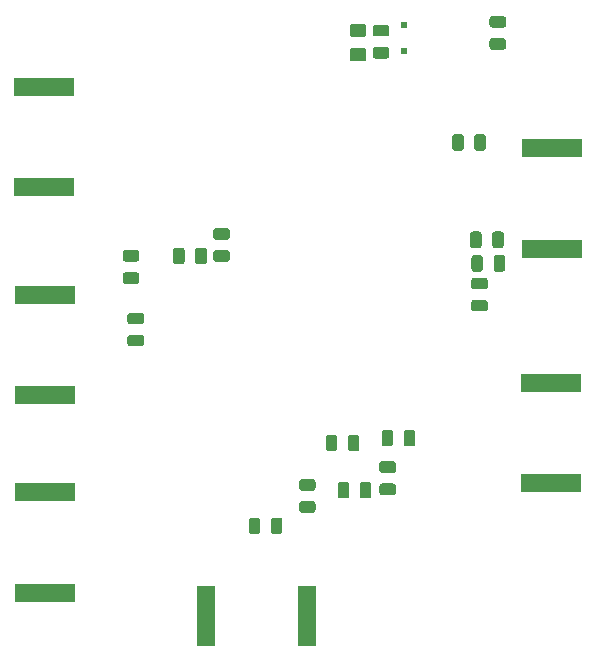
<source format=gbr>
G04 #@! TF.GenerationSoftware,KiCad,Pcbnew,(5.1.5)-3*
G04 #@! TF.CreationDate,2020-05-10T15:52:49-07:00*
G04 #@! TF.ProjectId,april_proj,61707269-6c5f-4707-926f-6a2e6b696361,rev?*
G04 #@! TF.SameCoordinates,Original*
G04 #@! TF.FileFunction,Paste,Bot*
G04 #@! TF.FilePolarity,Positive*
%FSLAX46Y46*%
G04 Gerber Fmt 4.6, Leading zero omitted, Abs format (unit mm)*
G04 Created by KiCad (PCBNEW (5.1.5)-3) date 2020-05-10 15:52:49*
%MOMM*%
%LPD*%
G04 APERTURE LIST*
%ADD10R,1.500000X5.080000*%
%ADD11C,0.100000*%
%ADD12R,5.080000X1.500000*%
%ADD13R,0.500000X0.500000*%
G04 APERTURE END LIST*
D10*
X54975000Y-80625000D03*
X46475000Y-80625000D03*
D11*
G36*
X40980142Y-54926174D02*
G01*
X41003803Y-54929684D01*
X41027007Y-54935496D01*
X41049529Y-54943554D01*
X41071153Y-54953782D01*
X41091670Y-54966079D01*
X41110883Y-54980329D01*
X41128607Y-54996393D01*
X41144671Y-55014117D01*
X41158921Y-55033330D01*
X41171218Y-55053847D01*
X41181446Y-55075471D01*
X41189504Y-55097993D01*
X41195316Y-55121197D01*
X41198826Y-55144858D01*
X41200000Y-55168750D01*
X41200000Y-55656250D01*
X41198826Y-55680142D01*
X41195316Y-55703803D01*
X41189504Y-55727007D01*
X41181446Y-55749529D01*
X41171218Y-55771153D01*
X41158921Y-55791670D01*
X41144671Y-55810883D01*
X41128607Y-55828607D01*
X41110883Y-55844671D01*
X41091670Y-55858921D01*
X41071153Y-55871218D01*
X41049529Y-55881446D01*
X41027007Y-55889504D01*
X41003803Y-55895316D01*
X40980142Y-55898826D01*
X40956250Y-55900000D01*
X40043750Y-55900000D01*
X40019858Y-55898826D01*
X39996197Y-55895316D01*
X39972993Y-55889504D01*
X39950471Y-55881446D01*
X39928847Y-55871218D01*
X39908330Y-55858921D01*
X39889117Y-55844671D01*
X39871393Y-55828607D01*
X39855329Y-55810883D01*
X39841079Y-55791670D01*
X39828782Y-55771153D01*
X39818554Y-55749529D01*
X39810496Y-55727007D01*
X39804684Y-55703803D01*
X39801174Y-55680142D01*
X39800000Y-55656250D01*
X39800000Y-55168750D01*
X39801174Y-55144858D01*
X39804684Y-55121197D01*
X39810496Y-55097993D01*
X39818554Y-55075471D01*
X39828782Y-55053847D01*
X39841079Y-55033330D01*
X39855329Y-55014117D01*
X39871393Y-54996393D01*
X39889117Y-54980329D01*
X39908330Y-54966079D01*
X39928847Y-54953782D01*
X39950471Y-54943554D01*
X39972993Y-54935496D01*
X39996197Y-54929684D01*
X40019858Y-54926174D01*
X40043750Y-54925000D01*
X40956250Y-54925000D01*
X40980142Y-54926174D01*
G37*
G36*
X40980142Y-56801174D02*
G01*
X41003803Y-56804684D01*
X41027007Y-56810496D01*
X41049529Y-56818554D01*
X41071153Y-56828782D01*
X41091670Y-56841079D01*
X41110883Y-56855329D01*
X41128607Y-56871393D01*
X41144671Y-56889117D01*
X41158921Y-56908330D01*
X41171218Y-56928847D01*
X41181446Y-56950471D01*
X41189504Y-56972993D01*
X41195316Y-56996197D01*
X41198826Y-57019858D01*
X41200000Y-57043750D01*
X41200000Y-57531250D01*
X41198826Y-57555142D01*
X41195316Y-57578803D01*
X41189504Y-57602007D01*
X41181446Y-57624529D01*
X41171218Y-57646153D01*
X41158921Y-57666670D01*
X41144671Y-57685883D01*
X41128607Y-57703607D01*
X41110883Y-57719671D01*
X41091670Y-57733921D01*
X41071153Y-57746218D01*
X41049529Y-57756446D01*
X41027007Y-57764504D01*
X41003803Y-57770316D01*
X40980142Y-57773826D01*
X40956250Y-57775000D01*
X40043750Y-57775000D01*
X40019858Y-57773826D01*
X39996197Y-57770316D01*
X39972993Y-57764504D01*
X39950471Y-57756446D01*
X39928847Y-57746218D01*
X39908330Y-57733921D01*
X39889117Y-57719671D01*
X39871393Y-57703607D01*
X39855329Y-57685883D01*
X39841079Y-57666670D01*
X39828782Y-57646153D01*
X39818554Y-57624529D01*
X39810496Y-57602007D01*
X39804684Y-57578803D01*
X39801174Y-57555142D01*
X39800000Y-57531250D01*
X39800000Y-57043750D01*
X39801174Y-57019858D01*
X39804684Y-56996197D01*
X39810496Y-56972993D01*
X39818554Y-56950471D01*
X39828782Y-56928847D01*
X39841079Y-56908330D01*
X39855329Y-56889117D01*
X39871393Y-56871393D01*
X39889117Y-56855329D01*
X39908330Y-56841079D01*
X39928847Y-56828782D01*
X39950471Y-56818554D01*
X39972993Y-56810496D01*
X39996197Y-56804684D01*
X40019858Y-56801174D01*
X40043750Y-56800000D01*
X40956250Y-56800000D01*
X40980142Y-56801174D01*
G37*
D12*
X32825000Y-78625000D03*
X32825000Y-70125000D03*
D11*
G36*
X50830142Y-72276174D02*
G01*
X50853803Y-72279684D01*
X50877007Y-72285496D01*
X50899529Y-72293554D01*
X50921153Y-72303782D01*
X50941670Y-72316079D01*
X50960883Y-72330329D01*
X50978607Y-72346393D01*
X50994671Y-72364117D01*
X51008921Y-72383330D01*
X51021218Y-72403847D01*
X51031446Y-72425471D01*
X51039504Y-72447993D01*
X51045316Y-72471197D01*
X51048826Y-72494858D01*
X51050000Y-72518750D01*
X51050000Y-73431250D01*
X51048826Y-73455142D01*
X51045316Y-73478803D01*
X51039504Y-73502007D01*
X51031446Y-73524529D01*
X51021218Y-73546153D01*
X51008921Y-73566670D01*
X50994671Y-73585883D01*
X50978607Y-73603607D01*
X50960883Y-73619671D01*
X50941670Y-73633921D01*
X50921153Y-73646218D01*
X50899529Y-73656446D01*
X50877007Y-73664504D01*
X50853803Y-73670316D01*
X50830142Y-73673826D01*
X50806250Y-73675000D01*
X50318750Y-73675000D01*
X50294858Y-73673826D01*
X50271197Y-73670316D01*
X50247993Y-73664504D01*
X50225471Y-73656446D01*
X50203847Y-73646218D01*
X50183330Y-73633921D01*
X50164117Y-73619671D01*
X50146393Y-73603607D01*
X50130329Y-73585883D01*
X50116079Y-73566670D01*
X50103782Y-73546153D01*
X50093554Y-73524529D01*
X50085496Y-73502007D01*
X50079684Y-73478803D01*
X50076174Y-73455142D01*
X50075000Y-73431250D01*
X50075000Y-72518750D01*
X50076174Y-72494858D01*
X50079684Y-72471197D01*
X50085496Y-72447993D01*
X50093554Y-72425471D01*
X50103782Y-72403847D01*
X50116079Y-72383330D01*
X50130329Y-72364117D01*
X50146393Y-72346393D01*
X50164117Y-72330329D01*
X50183330Y-72316079D01*
X50203847Y-72303782D01*
X50225471Y-72293554D01*
X50247993Y-72285496D01*
X50271197Y-72279684D01*
X50294858Y-72276174D01*
X50318750Y-72275000D01*
X50806250Y-72275000D01*
X50830142Y-72276174D01*
G37*
G36*
X52705142Y-72276174D02*
G01*
X52728803Y-72279684D01*
X52752007Y-72285496D01*
X52774529Y-72293554D01*
X52796153Y-72303782D01*
X52816670Y-72316079D01*
X52835883Y-72330329D01*
X52853607Y-72346393D01*
X52869671Y-72364117D01*
X52883921Y-72383330D01*
X52896218Y-72403847D01*
X52906446Y-72425471D01*
X52914504Y-72447993D01*
X52920316Y-72471197D01*
X52923826Y-72494858D01*
X52925000Y-72518750D01*
X52925000Y-73431250D01*
X52923826Y-73455142D01*
X52920316Y-73478803D01*
X52914504Y-73502007D01*
X52906446Y-73524529D01*
X52896218Y-73546153D01*
X52883921Y-73566670D01*
X52869671Y-73585883D01*
X52853607Y-73603607D01*
X52835883Y-73619671D01*
X52816670Y-73633921D01*
X52796153Y-73646218D01*
X52774529Y-73656446D01*
X52752007Y-73664504D01*
X52728803Y-73670316D01*
X52705142Y-73673826D01*
X52681250Y-73675000D01*
X52193750Y-73675000D01*
X52169858Y-73673826D01*
X52146197Y-73670316D01*
X52122993Y-73664504D01*
X52100471Y-73656446D01*
X52078847Y-73646218D01*
X52058330Y-73633921D01*
X52039117Y-73619671D01*
X52021393Y-73603607D01*
X52005329Y-73585883D01*
X51991079Y-73566670D01*
X51978782Y-73546153D01*
X51968554Y-73524529D01*
X51960496Y-73502007D01*
X51954684Y-73478803D01*
X51951174Y-73455142D01*
X51950000Y-73431250D01*
X51950000Y-72518750D01*
X51951174Y-72494858D01*
X51954684Y-72471197D01*
X51960496Y-72447993D01*
X51968554Y-72425471D01*
X51978782Y-72403847D01*
X51991079Y-72383330D01*
X52005329Y-72364117D01*
X52021393Y-72346393D01*
X52039117Y-72330329D01*
X52058330Y-72316079D01*
X52078847Y-72303782D01*
X52100471Y-72293554D01*
X52122993Y-72285496D01*
X52146197Y-72279684D01*
X52169858Y-72276174D01*
X52193750Y-72275000D01*
X52681250Y-72275000D01*
X52705142Y-72276174D01*
G37*
D12*
X32750000Y-44325000D03*
X32750000Y-35825000D03*
D13*
X63175000Y-30600000D03*
X63175000Y-32800000D03*
D12*
X75700000Y-69350000D03*
X75700000Y-60850000D03*
D11*
G36*
X71630142Y-29813674D02*
G01*
X71653803Y-29817184D01*
X71677007Y-29822996D01*
X71699529Y-29831054D01*
X71721153Y-29841282D01*
X71741670Y-29853579D01*
X71760883Y-29867829D01*
X71778607Y-29883893D01*
X71794671Y-29901617D01*
X71808921Y-29920830D01*
X71821218Y-29941347D01*
X71831446Y-29962971D01*
X71839504Y-29985493D01*
X71845316Y-30008697D01*
X71848826Y-30032358D01*
X71850000Y-30056250D01*
X71850000Y-30543750D01*
X71848826Y-30567642D01*
X71845316Y-30591303D01*
X71839504Y-30614507D01*
X71831446Y-30637029D01*
X71821218Y-30658653D01*
X71808921Y-30679170D01*
X71794671Y-30698383D01*
X71778607Y-30716107D01*
X71760883Y-30732171D01*
X71741670Y-30746421D01*
X71721153Y-30758718D01*
X71699529Y-30768946D01*
X71677007Y-30777004D01*
X71653803Y-30782816D01*
X71630142Y-30786326D01*
X71606250Y-30787500D01*
X70693750Y-30787500D01*
X70669858Y-30786326D01*
X70646197Y-30782816D01*
X70622993Y-30777004D01*
X70600471Y-30768946D01*
X70578847Y-30758718D01*
X70558330Y-30746421D01*
X70539117Y-30732171D01*
X70521393Y-30716107D01*
X70505329Y-30698383D01*
X70491079Y-30679170D01*
X70478782Y-30658653D01*
X70468554Y-30637029D01*
X70460496Y-30614507D01*
X70454684Y-30591303D01*
X70451174Y-30567642D01*
X70450000Y-30543750D01*
X70450000Y-30056250D01*
X70451174Y-30032358D01*
X70454684Y-30008697D01*
X70460496Y-29985493D01*
X70468554Y-29962971D01*
X70478782Y-29941347D01*
X70491079Y-29920830D01*
X70505329Y-29901617D01*
X70521393Y-29883893D01*
X70539117Y-29867829D01*
X70558330Y-29853579D01*
X70578847Y-29841282D01*
X70600471Y-29831054D01*
X70622993Y-29822996D01*
X70646197Y-29817184D01*
X70669858Y-29813674D01*
X70693750Y-29812500D01*
X71606250Y-29812500D01*
X71630142Y-29813674D01*
G37*
G36*
X71630142Y-31688674D02*
G01*
X71653803Y-31692184D01*
X71677007Y-31697996D01*
X71699529Y-31706054D01*
X71721153Y-31716282D01*
X71741670Y-31728579D01*
X71760883Y-31742829D01*
X71778607Y-31758893D01*
X71794671Y-31776617D01*
X71808921Y-31795830D01*
X71821218Y-31816347D01*
X71831446Y-31837971D01*
X71839504Y-31860493D01*
X71845316Y-31883697D01*
X71848826Y-31907358D01*
X71850000Y-31931250D01*
X71850000Y-32418750D01*
X71848826Y-32442642D01*
X71845316Y-32466303D01*
X71839504Y-32489507D01*
X71831446Y-32512029D01*
X71821218Y-32533653D01*
X71808921Y-32554170D01*
X71794671Y-32573383D01*
X71778607Y-32591107D01*
X71760883Y-32607171D01*
X71741670Y-32621421D01*
X71721153Y-32633718D01*
X71699529Y-32643946D01*
X71677007Y-32652004D01*
X71653803Y-32657816D01*
X71630142Y-32661326D01*
X71606250Y-32662500D01*
X70693750Y-32662500D01*
X70669858Y-32661326D01*
X70646197Y-32657816D01*
X70622993Y-32652004D01*
X70600471Y-32643946D01*
X70578847Y-32633718D01*
X70558330Y-32621421D01*
X70539117Y-32607171D01*
X70521393Y-32591107D01*
X70505329Y-32573383D01*
X70491079Y-32554170D01*
X70478782Y-32533653D01*
X70468554Y-32512029D01*
X70460496Y-32489507D01*
X70454684Y-32466303D01*
X70451174Y-32442642D01*
X70450000Y-32418750D01*
X70450000Y-31931250D01*
X70451174Y-31907358D01*
X70454684Y-31883697D01*
X70460496Y-31860493D01*
X70468554Y-31837971D01*
X70478782Y-31816347D01*
X70491079Y-31795830D01*
X70505329Y-31776617D01*
X70521393Y-31758893D01*
X70539117Y-31742829D01*
X70558330Y-31728579D01*
X70578847Y-31716282D01*
X70600471Y-31706054D01*
X70622993Y-31697996D01*
X70646197Y-31692184D01*
X70669858Y-31688674D01*
X70693750Y-31687500D01*
X71606250Y-31687500D01*
X71630142Y-31688674D01*
G37*
D12*
X32800000Y-53425000D03*
X32800000Y-61925000D03*
D11*
G36*
X48230142Y-47763674D02*
G01*
X48253803Y-47767184D01*
X48277007Y-47772996D01*
X48299529Y-47781054D01*
X48321153Y-47791282D01*
X48341670Y-47803579D01*
X48360883Y-47817829D01*
X48378607Y-47833893D01*
X48394671Y-47851617D01*
X48408921Y-47870830D01*
X48421218Y-47891347D01*
X48431446Y-47912971D01*
X48439504Y-47935493D01*
X48445316Y-47958697D01*
X48448826Y-47982358D01*
X48450000Y-48006250D01*
X48450000Y-48493750D01*
X48448826Y-48517642D01*
X48445316Y-48541303D01*
X48439504Y-48564507D01*
X48431446Y-48587029D01*
X48421218Y-48608653D01*
X48408921Y-48629170D01*
X48394671Y-48648383D01*
X48378607Y-48666107D01*
X48360883Y-48682171D01*
X48341670Y-48696421D01*
X48321153Y-48708718D01*
X48299529Y-48718946D01*
X48277007Y-48727004D01*
X48253803Y-48732816D01*
X48230142Y-48736326D01*
X48206250Y-48737500D01*
X47293750Y-48737500D01*
X47269858Y-48736326D01*
X47246197Y-48732816D01*
X47222993Y-48727004D01*
X47200471Y-48718946D01*
X47178847Y-48708718D01*
X47158330Y-48696421D01*
X47139117Y-48682171D01*
X47121393Y-48666107D01*
X47105329Y-48648383D01*
X47091079Y-48629170D01*
X47078782Y-48608653D01*
X47068554Y-48587029D01*
X47060496Y-48564507D01*
X47054684Y-48541303D01*
X47051174Y-48517642D01*
X47050000Y-48493750D01*
X47050000Y-48006250D01*
X47051174Y-47982358D01*
X47054684Y-47958697D01*
X47060496Y-47935493D01*
X47068554Y-47912971D01*
X47078782Y-47891347D01*
X47091079Y-47870830D01*
X47105329Y-47851617D01*
X47121393Y-47833893D01*
X47139117Y-47817829D01*
X47158330Y-47803579D01*
X47178847Y-47791282D01*
X47200471Y-47781054D01*
X47222993Y-47772996D01*
X47246197Y-47767184D01*
X47269858Y-47763674D01*
X47293750Y-47762500D01*
X48206250Y-47762500D01*
X48230142Y-47763674D01*
G37*
G36*
X48230142Y-49638674D02*
G01*
X48253803Y-49642184D01*
X48277007Y-49647996D01*
X48299529Y-49656054D01*
X48321153Y-49666282D01*
X48341670Y-49678579D01*
X48360883Y-49692829D01*
X48378607Y-49708893D01*
X48394671Y-49726617D01*
X48408921Y-49745830D01*
X48421218Y-49766347D01*
X48431446Y-49787971D01*
X48439504Y-49810493D01*
X48445316Y-49833697D01*
X48448826Y-49857358D01*
X48450000Y-49881250D01*
X48450000Y-50368750D01*
X48448826Y-50392642D01*
X48445316Y-50416303D01*
X48439504Y-50439507D01*
X48431446Y-50462029D01*
X48421218Y-50483653D01*
X48408921Y-50504170D01*
X48394671Y-50523383D01*
X48378607Y-50541107D01*
X48360883Y-50557171D01*
X48341670Y-50571421D01*
X48321153Y-50583718D01*
X48299529Y-50593946D01*
X48277007Y-50602004D01*
X48253803Y-50607816D01*
X48230142Y-50611326D01*
X48206250Y-50612500D01*
X47293750Y-50612500D01*
X47269858Y-50611326D01*
X47246197Y-50607816D01*
X47222993Y-50602004D01*
X47200471Y-50593946D01*
X47178847Y-50583718D01*
X47158330Y-50571421D01*
X47139117Y-50557171D01*
X47121393Y-50541107D01*
X47105329Y-50523383D01*
X47091079Y-50504170D01*
X47078782Y-50483653D01*
X47068554Y-50462029D01*
X47060496Y-50439507D01*
X47054684Y-50416303D01*
X47051174Y-50392642D01*
X47050000Y-50368750D01*
X47050000Y-49881250D01*
X47051174Y-49857358D01*
X47054684Y-49833697D01*
X47060496Y-49810493D01*
X47068554Y-49787971D01*
X47078782Y-49766347D01*
X47091079Y-49745830D01*
X47105329Y-49726617D01*
X47121393Y-49708893D01*
X47139117Y-49692829D01*
X47158330Y-49678579D01*
X47178847Y-49666282D01*
X47200471Y-49656054D01*
X47222993Y-49647996D01*
X47246197Y-49642184D01*
X47269858Y-49638674D01*
X47293750Y-49637500D01*
X48206250Y-49637500D01*
X48230142Y-49638674D01*
G37*
G36*
X69567642Y-48051174D02*
G01*
X69591303Y-48054684D01*
X69614507Y-48060496D01*
X69637029Y-48068554D01*
X69658653Y-48078782D01*
X69679170Y-48091079D01*
X69698383Y-48105329D01*
X69716107Y-48121393D01*
X69732171Y-48139117D01*
X69746421Y-48158330D01*
X69758718Y-48178847D01*
X69768946Y-48200471D01*
X69777004Y-48222993D01*
X69782816Y-48246197D01*
X69786326Y-48269858D01*
X69787500Y-48293750D01*
X69787500Y-49206250D01*
X69786326Y-49230142D01*
X69782816Y-49253803D01*
X69777004Y-49277007D01*
X69768946Y-49299529D01*
X69758718Y-49321153D01*
X69746421Y-49341670D01*
X69732171Y-49360883D01*
X69716107Y-49378607D01*
X69698383Y-49394671D01*
X69679170Y-49408921D01*
X69658653Y-49421218D01*
X69637029Y-49431446D01*
X69614507Y-49439504D01*
X69591303Y-49445316D01*
X69567642Y-49448826D01*
X69543750Y-49450000D01*
X69056250Y-49450000D01*
X69032358Y-49448826D01*
X69008697Y-49445316D01*
X68985493Y-49439504D01*
X68962971Y-49431446D01*
X68941347Y-49421218D01*
X68920830Y-49408921D01*
X68901617Y-49394671D01*
X68883893Y-49378607D01*
X68867829Y-49360883D01*
X68853579Y-49341670D01*
X68841282Y-49321153D01*
X68831054Y-49299529D01*
X68822996Y-49277007D01*
X68817184Y-49253803D01*
X68813674Y-49230142D01*
X68812500Y-49206250D01*
X68812500Y-48293750D01*
X68813674Y-48269858D01*
X68817184Y-48246197D01*
X68822996Y-48222993D01*
X68831054Y-48200471D01*
X68841282Y-48178847D01*
X68853579Y-48158330D01*
X68867829Y-48139117D01*
X68883893Y-48121393D01*
X68901617Y-48105329D01*
X68920830Y-48091079D01*
X68941347Y-48078782D01*
X68962971Y-48068554D01*
X68985493Y-48060496D01*
X69008697Y-48054684D01*
X69032358Y-48051174D01*
X69056250Y-48050000D01*
X69543750Y-48050000D01*
X69567642Y-48051174D01*
G37*
G36*
X71442642Y-48051174D02*
G01*
X71466303Y-48054684D01*
X71489507Y-48060496D01*
X71512029Y-48068554D01*
X71533653Y-48078782D01*
X71554170Y-48091079D01*
X71573383Y-48105329D01*
X71591107Y-48121393D01*
X71607171Y-48139117D01*
X71621421Y-48158330D01*
X71633718Y-48178847D01*
X71643946Y-48200471D01*
X71652004Y-48222993D01*
X71657816Y-48246197D01*
X71661326Y-48269858D01*
X71662500Y-48293750D01*
X71662500Y-49206250D01*
X71661326Y-49230142D01*
X71657816Y-49253803D01*
X71652004Y-49277007D01*
X71643946Y-49299529D01*
X71633718Y-49321153D01*
X71621421Y-49341670D01*
X71607171Y-49360883D01*
X71591107Y-49378607D01*
X71573383Y-49394671D01*
X71554170Y-49408921D01*
X71533653Y-49421218D01*
X71512029Y-49431446D01*
X71489507Y-49439504D01*
X71466303Y-49445316D01*
X71442642Y-49448826D01*
X71418750Y-49450000D01*
X70931250Y-49450000D01*
X70907358Y-49448826D01*
X70883697Y-49445316D01*
X70860493Y-49439504D01*
X70837971Y-49431446D01*
X70816347Y-49421218D01*
X70795830Y-49408921D01*
X70776617Y-49394671D01*
X70758893Y-49378607D01*
X70742829Y-49360883D01*
X70728579Y-49341670D01*
X70716282Y-49321153D01*
X70706054Y-49299529D01*
X70697996Y-49277007D01*
X70692184Y-49253803D01*
X70688674Y-49230142D01*
X70687500Y-49206250D01*
X70687500Y-48293750D01*
X70688674Y-48269858D01*
X70692184Y-48246197D01*
X70697996Y-48222993D01*
X70706054Y-48200471D01*
X70716282Y-48178847D01*
X70728579Y-48158330D01*
X70742829Y-48139117D01*
X70758893Y-48121393D01*
X70776617Y-48105329D01*
X70795830Y-48091079D01*
X70816347Y-48078782D01*
X70837971Y-48068554D01*
X70860493Y-48060496D01*
X70883697Y-48054684D01*
X70907358Y-48051174D01*
X70931250Y-48050000D01*
X71418750Y-48050000D01*
X71442642Y-48051174D01*
G37*
G36*
X63942642Y-64851174D02*
G01*
X63966303Y-64854684D01*
X63989507Y-64860496D01*
X64012029Y-64868554D01*
X64033653Y-64878782D01*
X64054170Y-64891079D01*
X64073383Y-64905329D01*
X64091107Y-64921393D01*
X64107171Y-64939117D01*
X64121421Y-64958330D01*
X64133718Y-64978847D01*
X64143946Y-65000471D01*
X64152004Y-65022993D01*
X64157816Y-65046197D01*
X64161326Y-65069858D01*
X64162500Y-65093750D01*
X64162500Y-66006250D01*
X64161326Y-66030142D01*
X64157816Y-66053803D01*
X64152004Y-66077007D01*
X64143946Y-66099529D01*
X64133718Y-66121153D01*
X64121421Y-66141670D01*
X64107171Y-66160883D01*
X64091107Y-66178607D01*
X64073383Y-66194671D01*
X64054170Y-66208921D01*
X64033653Y-66221218D01*
X64012029Y-66231446D01*
X63989507Y-66239504D01*
X63966303Y-66245316D01*
X63942642Y-66248826D01*
X63918750Y-66250000D01*
X63431250Y-66250000D01*
X63407358Y-66248826D01*
X63383697Y-66245316D01*
X63360493Y-66239504D01*
X63337971Y-66231446D01*
X63316347Y-66221218D01*
X63295830Y-66208921D01*
X63276617Y-66194671D01*
X63258893Y-66178607D01*
X63242829Y-66160883D01*
X63228579Y-66141670D01*
X63216282Y-66121153D01*
X63206054Y-66099529D01*
X63197996Y-66077007D01*
X63192184Y-66053803D01*
X63188674Y-66030142D01*
X63187500Y-66006250D01*
X63187500Y-65093750D01*
X63188674Y-65069858D01*
X63192184Y-65046197D01*
X63197996Y-65022993D01*
X63206054Y-65000471D01*
X63216282Y-64978847D01*
X63228579Y-64958330D01*
X63242829Y-64939117D01*
X63258893Y-64921393D01*
X63276617Y-64905329D01*
X63295830Y-64891079D01*
X63316347Y-64878782D01*
X63337971Y-64868554D01*
X63360493Y-64860496D01*
X63383697Y-64854684D01*
X63407358Y-64851174D01*
X63431250Y-64850000D01*
X63918750Y-64850000D01*
X63942642Y-64851174D01*
G37*
G36*
X62067642Y-64851174D02*
G01*
X62091303Y-64854684D01*
X62114507Y-64860496D01*
X62137029Y-64868554D01*
X62158653Y-64878782D01*
X62179170Y-64891079D01*
X62198383Y-64905329D01*
X62216107Y-64921393D01*
X62232171Y-64939117D01*
X62246421Y-64958330D01*
X62258718Y-64978847D01*
X62268946Y-65000471D01*
X62277004Y-65022993D01*
X62282816Y-65046197D01*
X62286326Y-65069858D01*
X62287500Y-65093750D01*
X62287500Y-66006250D01*
X62286326Y-66030142D01*
X62282816Y-66053803D01*
X62277004Y-66077007D01*
X62268946Y-66099529D01*
X62258718Y-66121153D01*
X62246421Y-66141670D01*
X62232171Y-66160883D01*
X62216107Y-66178607D01*
X62198383Y-66194671D01*
X62179170Y-66208921D01*
X62158653Y-66221218D01*
X62137029Y-66231446D01*
X62114507Y-66239504D01*
X62091303Y-66245316D01*
X62067642Y-66248826D01*
X62043750Y-66250000D01*
X61556250Y-66250000D01*
X61532358Y-66248826D01*
X61508697Y-66245316D01*
X61485493Y-66239504D01*
X61462971Y-66231446D01*
X61441347Y-66221218D01*
X61420830Y-66208921D01*
X61401617Y-66194671D01*
X61383893Y-66178607D01*
X61367829Y-66160883D01*
X61353579Y-66141670D01*
X61341282Y-66121153D01*
X61331054Y-66099529D01*
X61322996Y-66077007D01*
X61317184Y-66053803D01*
X61313674Y-66030142D01*
X61312500Y-66006250D01*
X61312500Y-65093750D01*
X61313674Y-65069858D01*
X61317184Y-65046197D01*
X61322996Y-65022993D01*
X61331054Y-65000471D01*
X61341282Y-64978847D01*
X61353579Y-64958330D01*
X61367829Y-64939117D01*
X61383893Y-64921393D01*
X61401617Y-64905329D01*
X61420830Y-64891079D01*
X61441347Y-64878782D01*
X61462971Y-64868554D01*
X61485493Y-64860496D01*
X61508697Y-64854684D01*
X61532358Y-64851174D01*
X61556250Y-64850000D01*
X62043750Y-64850000D01*
X62067642Y-64851174D01*
G37*
G36*
X40580142Y-51501174D02*
G01*
X40603803Y-51504684D01*
X40627007Y-51510496D01*
X40649529Y-51518554D01*
X40671153Y-51528782D01*
X40691670Y-51541079D01*
X40710883Y-51555329D01*
X40728607Y-51571393D01*
X40744671Y-51589117D01*
X40758921Y-51608330D01*
X40771218Y-51628847D01*
X40781446Y-51650471D01*
X40789504Y-51672993D01*
X40795316Y-51696197D01*
X40798826Y-51719858D01*
X40800000Y-51743750D01*
X40800000Y-52231250D01*
X40798826Y-52255142D01*
X40795316Y-52278803D01*
X40789504Y-52302007D01*
X40781446Y-52324529D01*
X40771218Y-52346153D01*
X40758921Y-52366670D01*
X40744671Y-52385883D01*
X40728607Y-52403607D01*
X40710883Y-52419671D01*
X40691670Y-52433921D01*
X40671153Y-52446218D01*
X40649529Y-52456446D01*
X40627007Y-52464504D01*
X40603803Y-52470316D01*
X40580142Y-52473826D01*
X40556250Y-52475000D01*
X39643750Y-52475000D01*
X39619858Y-52473826D01*
X39596197Y-52470316D01*
X39572993Y-52464504D01*
X39550471Y-52456446D01*
X39528847Y-52446218D01*
X39508330Y-52433921D01*
X39489117Y-52419671D01*
X39471393Y-52403607D01*
X39455329Y-52385883D01*
X39441079Y-52366670D01*
X39428782Y-52346153D01*
X39418554Y-52324529D01*
X39410496Y-52302007D01*
X39404684Y-52278803D01*
X39401174Y-52255142D01*
X39400000Y-52231250D01*
X39400000Y-51743750D01*
X39401174Y-51719858D01*
X39404684Y-51696197D01*
X39410496Y-51672993D01*
X39418554Y-51650471D01*
X39428782Y-51628847D01*
X39441079Y-51608330D01*
X39455329Y-51589117D01*
X39471393Y-51571393D01*
X39489117Y-51555329D01*
X39508330Y-51541079D01*
X39528847Y-51528782D01*
X39550471Y-51518554D01*
X39572993Y-51510496D01*
X39596197Y-51504684D01*
X39619858Y-51501174D01*
X39643750Y-51500000D01*
X40556250Y-51500000D01*
X40580142Y-51501174D01*
G37*
G36*
X40580142Y-49626174D02*
G01*
X40603803Y-49629684D01*
X40627007Y-49635496D01*
X40649529Y-49643554D01*
X40671153Y-49653782D01*
X40691670Y-49666079D01*
X40710883Y-49680329D01*
X40728607Y-49696393D01*
X40744671Y-49714117D01*
X40758921Y-49733330D01*
X40771218Y-49753847D01*
X40781446Y-49775471D01*
X40789504Y-49797993D01*
X40795316Y-49821197D01*
X40798826Y-49844858D01*
X40800000Y-49868750D01*
X40800000Y-50356250D01*
X40798826Y-50380142D01*
X40795316Y-50403803D01*
X40789504Y-50427007D01*
X40781446Y-50449529D01*
X40771218Y-50471153D01*
X40758921Y-50491670D01*
X40744671Y-50510883D01*
X40728607Y-50528607D01*
X40710883Y-50544671D01*
X40691670Y-50558921D01*
X40671153Y-50571218D01*
X40649529Y-50581446D01*
X40627007Y-50589504D01*
X40603803Y-50595316D01*
X40580142Y-50598826D01*
X40556250Y-50600000D01*
X39643750Y-50600000D01*
X39619858Y-50598826D01*
X39596197Y-50595316D01*
X39572993Y-50589504D01*
X39550471Y-50581446D01*
X39528847Y-50571218D01*
X39508330Y-50558921D01*
X39489117Y-50544671D01*
X39471393Y-50528607D01*
X39455329Y-50510883D01*
X39441079Y-50491670D01*
X39428782Y-50471153D01*
X39418554Y-50449529D01*
X39410496Y-50427007D01*
X39404684Y-50403803D01*
X39401174Y-50380142D01*
X39400000Y-50356250D01*
X39400000Y-49868750D01*
X39401174Y-49844858D01*
X39404684Y-49821197D01*
X39410496Y-49797993D01*
X39418554Y-49775471D01*
X39428782Y-49753847D01*
X39441079Y-49733330D01*
X39455329Y-49714117D01*
X39471393Y-49696393D01*
X39489117Y-49680329D01*
X39508330Y-49666079D01*
X39528847Y-49653782D01*
X39550471Y-49643554D01*
X39572993Y-49635496D01*
X39596197Y-49629684D01*
X39619858Y-49626174D01*
X39643750Y-49625000D01*
X40556250Y-49625000D01*
X40580142Y-49626174D01*
G37*
G36*
X59216969Y-65257240D02*
G01*
X59240630Y-65260750D01*
X59263834Y-65266562D01*
X59286356Y-65274620D01*
X59307980Y-65284848D01*
X59328497Y-65297145D01*
X59347710Y-65311395D01*
X59365434Y-65327459D01*
X59381498Y-65345183D01*
X59395748Y-65364396D01*
X59408045Y-65384913D01*
X59418273Y-65406537D01*
X59426331Y-65429059D01*
X59432143Y-65452263D01*
X59435653Y-65475924D01*
X59436827Y-65499816D01*
X59436827Y-66412316D01*
X59435653Y-66436208D01*
X59432143Y-66459869D01*
X59426331Y-66483073D01*
X59418273Y-66505595D01*
X59408045Y-66527219D01*
X59395748Y-66547736D01*
X59381498Y-66566949D01*
X59365434Y-66584673D01*
X59347710Y-66600737D01*
X59328497Y-66614987D01*
X59307980Y-66627284D01*
X59286356Y-66637512D01*
X59263834Y-66645570D01*
X59240630Y-66651382D01*
X59216969Y-66654892D01*
X59193077Y-66656066D01*
X58705577Y-66656066D01*
X58681685Y-66654892D01*
X58658024Y-66651382D01*
X58634820Y-66645570D01*
X58612298Y-66637512D01*
X58590674Y-66627284D01*
X58570157Y-66614987D01*
X58550944Y-66600737D01*
X58533220Y-66584673D01*
X58517156Y-66566949D01*
X58502906Y-66547736D01*
X58490609Y-66527219D01*
X58480381Y-66505595D01*
X58472323Y-66483073D01*
X58466511Y-66459869D01*
X58463001Y-66436208D01*
X58461827Y-66412316D01*
X58461827Y-65499816D01*
X58463001Y-65475924D01*
X58466511Y-65452263D01*
X58472323Y-65429059D01*
X58480381Y-65406537D01*
X58490609Y-65384913D01*
X58502906Y-65364396D01*
X58517156Y-65345183D01*
X58533220Y-65327459D01*
X58550944Y-65311395D01*
X58570157Y-65297145D01*
X58590674Y-65284848D01*
X58612298Y-65274620D01*
X58634820Y-65266562D01*
X58658024Y-65260750D01*
X58681685Y-65257240D01*
X58705577Y-65256066D01*
X59193077Y-65256066D01*
X59216969Y-65257240D01*
G37*
G36*
X57341969Y-65257240D02*
G01*
X57365630Y-65260750D01*
X57388834Y-65266562D01*
X57411356Y-65274620D01*
X57432980Y-65284848D01*
X57453497Y-65297145D01*
X57472710Y-65311395D01*
X57490434Y-65327459D01*
X57506498Y-65345183D01*
X57520748Y-65364396D01*
X57533045Y-65384913D01*
X57543273Y-65406537D01*
X57551331Y-65429059D01*
X57557143Y-65452263D01*
X57560653Y-65475924D01*
X57561827Y-65499816D01*
X57561827Y-66412316D01*
X57560653Y-66436208D01*
X57557143Y-66459869D01*
X57551331Y-66483073D01*
X57543273Y-66505595D01*
X57533045Y-66527219D01*
X57520748Y-66547736D01*
X57506498Y-66566949D01*
X57490434Y-66584673D01*
X57472710Y-66600737D01*
X57453497Y-66614987D01*
X57432980Y-66627284D01*
X57411356Y-66637512D01*
X57388834Y-66645570D01*
X57365630Y-66651382D01*
X57341969Y-66654892D01*
X57318077Y-66656066D01*
X56830577Y-66656066D01*
X56806685Y-66654892D01*
X56783024Y-66651382D01*
X56759820Y-66645570D01*
X56737298Y-66637512D01*
X56715674Y-66627284D01*
X56695157Y-66614987D01*
X56675944Y-66600737D01*
X56658220Y-66584673D01*
X56642156Y-66566949D01*
X56627906Y-66547736D01*
X56615609Y-66527219D01*
X56605381Y-66505595D01*
X56597323Y-66483073D01*
X56591511Y-66459869D01*
X56588001Y-66436208D01*
X56586827Y-66412316D01*
X56586827Y-65499816D01*
X56588001Y-65475924D01*
X56591511Y-65452263D01*
X56597323Y-65429059D01*
X56605381Y-65406537D01*
X56615609Y-65384913D01*
X56627906Y-65364396D01*
X56642156Y-65345183D01*
X56658220Y-65327459D01*
X56675944Y-65311395D01*
X56695157Y-65297145D01*
X56715674Y-65284848D01*
X56737298Y-65274620D01*
X56759820Y-65266562D01*
X56783024Y-65260750D01*
X56806685Y-65257240D01*
X56830577Y-65256066D01*
X57318077Y-65256066D01*
X57341969Y-65257240D01*
G37*
G36*
X70080142Y-53851174D02*
G01*
X70103803Y-53854684D01*
X70127007Y-53860496D01*
X70149529Y-53868554D01*
X70171153Y-53878782D01*
X70191670Y-53891079D01*
X70210883Y-53905329D01*
X70228607Y-53921393D01*
X70244671Y-53939117D01*
X70258921Y-53958330D01*
X70271218Y-53978847D01*
X70281446Y-54000471D01*
X70289504Y-54022993D01*
X70295316Y-54046197D01*
X70298826Y-54069858D01*
X70300000Y-54093750D01*
X70300000Y-54581250D01*
X70298826Y-54605142D01*
X70295316Y-54628803D01*
X70289504Y-54652007D01*
X70281446Y-54674529D01*
X70271218Y-54696153D01*
X70258921Y-54716670D01*
X70244671Y-54735883D01*
X70228607Y-54753607D01*
X70210883Y-54769671D01*
X70191670Y-54783921D01*
X70171153Y-54796218D01*
X70149529Y-54806446D01*
X70127007Y-54814504D01*
X70103803Y-54820316D01*
X70080142Y-54823826D01*
X70056250Y-54825000D01*
X69143750Y-54825000D01*
X69119858Y-54823826D01*
X69096197Y-54820316D01*
X69072993Y-54814504D01*
X69050471Y-54806446D01*
X69028847Y-54796218D01*
X69008330Y-54783921D01*
X68989117Y-54769671D01*
X68971393Y-54753607D01*
X68955329Y-54735883D01*
X68941079Y-54716670D01*
X68928782Y-54696153D01*
X68918554Y-54674529D01*
X68910496Y-54652007D01*
X68904684Y-54628803D01*
X68901174Y-54605142D01*
X68900000Y-54581250D01*
X68900000Y-54093750D01*
X68901174Y-54069858D01*
X68904684Y-54046197D01*
X68910496Y-54022993D01*
X68918554Y-54000471D01*
X68928782Y-53978847D01*
X68941079Y-53958330D01*
X68955329Y-53939117D01*
X68971393Y-53921393D01*
X68989117Y-53905329D01*
X69008330Y-53891079D01*
X69028847Y-53878782D01*
X69050471Y-53868554D01*
X69072993Y-53860496D01*
X69096197Y-53854684D01*
X69119858Y-53851174D01*
X69143750Y-53850000D01*
X70056250Y-53850000D01*
X70080142Y-53851174D01*
G37*
G36*
X70080142Y-51976174D02*
G01*
X70103803Y-51979684D01*
X70127007Y-51985496D01*
X70149529Y-51993554D01*
X70171153Y-52003782D01*
X70191670Y-52016079D01*
X70210883Y-52030329D01*
X70228607Y-52046393D01*
X70244671Y-52064117D01*
X70258921Y-52083330D01*
X70271218Y-52103847D01*
X70281446Y-52125471D01*
X70289504Y-52147993D01*
X70295316Y-52171197D01*
X70298826Y-52194858D01*
X70300000Y-52218750D01*
X70300000Y-52706250D01*
X70298826Y-52730142D01*
X70295316Y-52753803D01*
X70289504Y-52777007D01*
X70281446Y-52799529D01*
X70271218Y-52821153D01*
X70258921Y-52841670D01*
X70244671Y-52860883D01*
X70228607Y-52878607D01*
X70210883Y-52894671D01*
X70191670Y-52908921D01*
X70171153Y-52921218D01*
X70149529Y-52931446D01*
X70127007Y-52939504D01*
X70103803Y-52945316D01*
X70080142Y-52948826D01*
X70056250Y-52950000D01*
X69143750Y-52950000D01*
X69119858Y-52948826D01*
X69096197Y-52945316D01*
X69072993Y-52939504D01*
X69050471Y-52931446D01*
X69028847Y-52921218D01*
X69008330Y-52908921D01*
X68989117Y-52894671D01*
X68971393Y-52878607D01*
X68955329Y-52860883D01*
X68941079Y-52841670D01*
X68928782Y-52821153D01*
X68918554Y-52799529D01*
X68910496Y-52777007D01*
X68904684Y-52753803D01*
X68901174Y-52730142D01*
X68900000Y-52706250D01*
X68900000Y-52218750D01*
X68901174Y-52194858D01*
X68904684Y-52171197D01*
X68910496Y-52147993D01*
X68918554Y-52125471D01*
X68928782Y-52103847D01*
X68941079Y-52083330D01*
X68955329Y-52064117D01*
X68971393Y-52046393D01*
X68989117Y-52030329D01*
X69008330Y-52016079D01*
X69028847Y-52003782D01*
X69050471Y-51993554D01*
X69072993Y-51985496D01*
X69096197Y-51979684D01*
X69119858Y-51976174D01*
X69143750Y-51975000D01*
X70056250Y-51975000D01*
X70080142Y-51976174D01*
G37*
G36*
X60229469Y-69251174D02*
G01*
X60253130Y-69254684D01*
X60276334Y-69260496D01*
X60298856Y-69268554D01*
X60320480Y-69278782D01*
X60340997Y-69291079D01*
X60360210Y-69305329D01*
X60377934Y-69321393D01*
X60393998Y-69339117D01*
X60408248Y-69358330D01*
X60420545Y-69378847D01*
X60430773Y-69400471D01*
X60438831Y-69422993D01*
X60444643Y-69446197D01*
X60448153Y-69469858D01*
X60449327Y-69493750D01*
X60449327Y-70406250D01*
X60448153Y-70430142D01*
X60444643Y-70453803D01*
X60438831Y-70477007D01*
X60430773Y-70499529D01*
X60420545Y-70521153D01*
X60408248Y-70541670D01*
X60393998Y-70560883D01*
X60377934Y-70578607D01*
X60360210Y-70594671D01*
X60340997Y-70608921D01*
X60320480Y-70621218D01*
X60298856Y-70631446D01*
X60276334Y-70639504D01*
X60253130Y-70645316D01*
X60229469Y-70648826D01*
X60205577Y-70650000D01*
X59718077Y-70650000D01*
X59694185Y-70648826D01*
X59670524Y-70645316D01*
X59647320Y-70639504D01*
X59624798Y-70631446D01*
X59603174Y-70621218D01*
X59582657Y-70608921D01*
X59563444Y-70594671D01*
X59545720Y-70578607D01*
X59529656Y-70560883D01*
X59515406Y-70541670D01*
X59503109Y-70521153D01*
X59492881Y-70499529D01*
X59484823Y-70477007D01*
X59479011Y-70453803D01*
X59475501Y-70430142D01*
X59474327Y-70406250D01*
X59474327Y-69493750D01*
X59475501Y-69469858D01*
X59479011Y-69446197D01*
X59484823Y-69422993D01*
X59492881Y-69400471D01*
X59503109Y-69378847D01*
X59515406Y-69358330D01*
X59529656Y-69339117D01*
X59545720Y-69321393D01*
X59563444Y-69305329D01*
X59582657Y-69291079D01*
X59603174Y-69278782D01*
X59624798Y-69268554D01*
X59647320Y-69260496D01*
X59670524Y-69254684D01*
X59694185Y-69251174D01*
X59718077Y-69250000D01*
X60205577Y-69250000D01*
X60229469Y-69251174D01*
G37*
G36*
X58354469Y-69251174D02*
G01*
X58378130Y-69254684D01*
X58401334Y-69260496D01*
X58423856Y-69268554D01*
X58445480Y-69278782D01*
X58465997Y-69291079D01*
X58485210Y-69305329D01*
X58502934Y-69321393D01*
X58518998Y-69339117D01*
X58533248Y-69358330D01*
X58545545Y-69378847D01*
X58555773Y-69400471D01*
X58563831Y-69422993D01*
X58569643Y-69446197D01*
X58573153Y-69469858D01*
X58574327Y-69493750D01*
X58574327Y-70406250D01*
X58573153Y-70430142D01*
X58569643Y-70453803D01*
X58563831Y-70477007D01*
X58555773Y-70499529D01*
X58545545Y-70521153D01*
X58533248Y-70541670D01*
X58518998Y-70560883D01*
X58502934Y-70578607D01*
X58485210Y-70594671D01*
X58465997Y-70608921D01*
X58445480Y-70621218D01*
X58423856Y-70631446D01*
X58401334Y-70639504D01*
X58378130Y-70645316D01*
X58354469Y-70648826D01*
X58330577Y-70650000D01*
X57843077Y-70650000D01*
X57819185Y-70648826D01*
X57795524Y-70645316D01*
X57772320Y-70639504D01*
X57749798Y-70631446D01*
X57728174Y-70621218D01*
X57707657Y-70608921D01*
X57688444Y-70594671D01*
X57670720Y-70578607D01*
X57654656Y-70560883D01*
X57640406Y-70541670D01*
X57628109Y-70521153D01*
X57617881Y-70499529D01*
X57609823Y-70477007D01*
X57604011Y-70453803D01*
X57600501Y-70430142D01*
X57599327Y-70406250D01*
X57599327Y-69493750D01*
X57600501Y-69469858D01*
X57604011Y-69446197D01*
X57609823Y-69422993D01*
X57617881Y-69400471D01*
X57628109Y-69378847D01*
X57640406Y-69358330D01*
X57654656Y-69339117D01*
X57670720Y-69321393D01*
X57688444Y-69305329D01*
X57707657Y-69291079D01*
X57728174Y-69278782D01*
X57749798Y-69268554D01*
X57772320Y-69260496D01*
X57795524Y-69254684D01*
X57819185Y-69251174D01*
X57843077Y-69250000D01*
X58330577Y-69250000D01*
X58354469Y-69251174D01*
G37*
G36*
X55505142Y-69013674D02*
G01*
X55528803Y-69017184D01*
X55552007Y-69022996D01*
X55574529Y-69031054D01*
X55596153Y-69041282D01*
X55616670Y-69053579D01*
X55635883Y-69067829D01*
X55653607Y-69083893D01*
X55669671Y-69101617D01*
X55683921Y-69120830D01*
X55696218Y-69141347D01*
X55706446Y-69162971D01*
X55714504Y-69185493D01*
X55720316Y-69208697D01*
X55723826Y-69232358D01*
X55725000Y-69256250D01*
X55725000Y-69743750D01*
X55723826Y-69767642D01*
X55720316Y-69791303D01*
X55714504Y-69814507D01*
X55706446Y-69837029D01*
X55696218Y-69858653D01*
X55683921Y-69879170D01*
X55669671Y-69898383D01*
X55653607Y-69916107D01*
X55635883Y-69932171D01*
X55616670Y-69946421D01*
X55596153Y-69958718D01*
X55574529Y-69968946D01*
X55552007Y-69977004D01*
X55528803Y-69982816D01*
X55505142Y-69986326D01*
X55481250Y-69987500D01*
X54568750Y-69987500D01*
X54544858Y-69986326D01*
X54521197Y-69982816D01*
X54497993Y-69977004D01*
X54475471Y-69968946D01*
X54453847Y-69958718D01*
X54433330Y-69946421D01*
X54414117Y-69932171D01*
X54396393Y-69916107D01*
X54380329Y-69898383D01*
X54366079Y-69879170D01*
X54353782Y-69858653D01*
X54343554Y-69837029D01*
X54335496Y-69814507D01*
X54329684Y-69791303D01*
X54326174Y-69767642D01*
X54325000Y-69743750D01*
X54325000Y-69256250D01*
X54326174Y-69232358D01*
X54329684Y-69208697D01*
X54335496Y-69185493D01*
X54343554Y-69162971D01*
X54353782Y-69141347D01*
X54366079Y-69120830D01*
X54380329Y-69101617D01*
X54396393Y-69083893D01*
X54414117Y-69067829D01*
X54433330Y-69053579D01*
X54453847Y-69041282D01*
X54475471Y-69031054D01*
X54497993Y-69022996D01*
X54521197Y-69017184D01*
X54544858Y-69013674D01*
X54568750Y-69012500D01*
X55481250Y-69012500D01*
X55505142Y-69013674D01*
G37*
G36*
X55505142Y-70888674D02*
G01*
X55528803Y-70892184D01*
X55552007Y-70897996D01*
X55574529Y-70906054D01*
X55596153Y-70916282D01*
X55616670Y-70928579D01*
X55635883Y-70942829D01*
X55653607Y-70958893D01*
X55669671Y-70976617D01*
X55683921Y-70995830D01*
X55696218Y-71016347D01*
X55706446Y-71037971D01*
X55714504Y-71060493D01*
X55720316Y-71083697D01*
X55723826Y-71107358D01*
X55725000Y-71131250D01*
X55725000Y-71618750D01*
X55723826Y-71642642D01*
X55720316Y-71666303D01*
X55714504Y-71689507D01*
X55706446Y-71712029D01*
X55696218Y-71733653D01*
X55683921Y-71754170D01*
X55669671Y-71773383D01*
X55653607Y-71791107D01*
X55635883Y-71807171D01*
X55616670Y-71821421D01*
X55596153Y-71833718D01*
X55574529Y-71843946D01*
X55552007Y-71852004D01*
X55528803Y-71857816D01*
X55505142Y-71861326D01*
X55481250Y-71862500D01*
X54568750Y-71862500D01*
X54544858Y-71861326D01*
X54521197Y-71857816D01*
X54497993Y-71852004D01*
X54475471Y-71843946D01*
X54453847Y-71833718D01*
X54433330Y-71821421D01*
X54414117Y-71807171D01*
X54396393Y-71791107D01*
X54380329Y-71773383D01*
X54366079Y-71754170D01*
X54353782Y-71733653D01*
X54343554Y-71712029D01*
X54335496Y-71689507D01*
X54329684Y-71666303D01*
X54326174Y-71642642D01*
X54325000Y-71618750D01*
X54325000Y-71131250D01*
X54326174Y-71107358D01*
X54329684Y-71083697D01*
X54335496Y-71060493D01*
X54343554Y-71037971D01*
X54353782Y-71016347D01*
X54366079Y-70995830D01*
X54380329Y-70976617D01*
X54396393Y-70958893D01*
X54414117Y-70942829D01*
X54433330Y-70928579D01*
X54453847Y-70916282D01*
X54475471Y-70906054D01*
X54497993Y-70897996D01*
X54521197Y-70892184D01*
X54544858Y-70888674D01*
X54568750Y-70887500D01*
X55481250Y-70887500D01*
X55505142Y-70888674D01*
G37*
G36*
X69930142Y-39811174D02*
G01*
X69953803Y-39814684D01*
X69977007Y-39820496D01*
X69999529Y-39828554D01*
X70021153Y-39838782D01*
X70041670Y-39851079D01*
X70060883Y-39865329D01*
X70078607Y-39881393D01*
X70094671Y-39899117D01*
X70108921Y-39918330D01*
X70121218Y-39938847D01*
X70131446Y-39960471D01*
X70139504Y-39982993D01*
X70145316Y-40006197D01*
X70148826Y-40029858D01*
X70150000Y-40053750D01*
X70150000Y-40966250D01*
X70148826Y-40990142D01*
X70145316Y-41013803D01*
X70139504Y-41037007D01*
X70131446Y-41059529D01*
X70121218Y-41081153D01*
X70108921Y-41101670D01*
X70094671Y-41120883D01*
X70078607Y-41138607D01*
X70060883Y-41154671D01*
X70041670Y-41168921D01*
X70021153Y-41181218D01*
X69999529Y-41191446D01*
X69977007Y-41199504D01*
X69953803Y-41205316D01*
X69930142Y-41208826D01*
X69906250Y-41210000D01*
X69418750Y-41210000D01*
X69394858Y-41208826D01*
X69371197Y-41205316D01*
X69347993Y-41199504D01*
X69325471Y-41191446D01*
X69303847Y-41181218D01*
X69283330Y-41168921D01*
X69264117Y-41154671D01*
X69246393Y-41138607D01*
X69230329Y-41120883D01*
X69216079Y-41101670D01*
X69203782Y-41081153D01*
X69193554Y-41059529D01*
X69185496Y-41037007D01*
X69179684Y-41013803D01*
X69176174Y-40990142D01*
X69175000Y-40966250D01*
X69175000Y-40053750D01*
X69176174Y-40029858D01*
X69179684Y-40006197D01*
X69185496Y-39982993D01*
X69193554Y-39960471D01*
X69203782Y-39938847D01*
X69216079Y-39918330D01*
X69230329Y-39899117D01*
X69246393Y-39881393D01*
X69264117Y-39865329D01*
X69283330Y-39851079D01*
X69303847Y-39838782D01*
X69325471Y-39828554D01*
X69347993Y-39820496D01*
X69371197Y-39814684D01*
X69394858Y-39811174D01*
X69418750Y-39810000D01*
X69906250Y-39810000D01*
X69930142Y-39811174D01*
G37*
G36*
X68055142Y-39811174D02*
G01*
X68078803Y-39814684D01*
X68102007Y-39820496D01*
X68124529Y-39828554D01*
X68146153Y-39838782D01*
X68166670Y-39851079D01*
X68185883Y-39865329D01*
X68203607Y-39881393D01*
X68219671Y-39899117D01*
X68233921Y-39918330D01*
X68246218Y-39938847D01*
X68256446Y-39960471D01*
X68264504Y-39982993D01*
X68270316Y-40006197D01*
X68273826Y-40029858D01*
X68275000Y-40053750D01*
X68275000Y-40966250D01*
X68273826Y-40990142D01*
X68270316Y-41013803D01*
X68264504Y-41037007D01*
X68256446Y-41059529D01*
X68246218Y-41081153D01*
X68233921Y-41101670D01*
X68219671Y-41120883D01*
X68203607Y-41138607D01*
X68185883Y-41154671D01*
X68166670Y-41168921D01*
X68146153Y-41181218D01*
X68124529Y-41191446D01*
X68102007Y-41199504D01*
X68078803Y-41205316D01*
X68055142Y-41208826D01*
X68031250Y-41210000D01*
X67543750Y-41210000D01*
X67519858Y-41208826D01*
X67496197Y-41205316D01*
X67472993Y-41199504D01*
X67450471Y-41191446D01*
X67428847Y-41181218D01*
X67408330Y-41168921D01*
X67389117Y-41154671D01*
X67371393Y-41138607D01*
X67355329Y-41120883D01*
X67341079Y-41101670D01*
X67328782Y-41081153D01*
X67318554Y-41059529D01*
X67310496Y-41037007D01*
X67304684Y-41013803D01*
X67301174Y-40990142D01*
X67300000Y-40966250D01*
X67300000Y-40053750D01*
X67301174Y-40029858D01*
X67304684Y-40006197D01*
X67310496Y-39982993D01*
X67318554Y-39960471D01*
X67328782Y-39938847D01*
X67341079Y-39918330D01*
X67355329Y-39899117D01*
X67371393Y-39881393D01*
X67389117Y-39865329D01*
X67408330Y-39851079D01*
X67428847Y-39838782D01*
X67450471Y-39828554D01*
X67472993Y-39820496D01*
X67496197Y-39814684D01*
X67519858Y-39811174D01*
X67543750Y-39810000D01*
X68031250Y-39810000D01*
X68055142Y-39811174D01*
G37*
G36*
X46292642Y-49426174D02*
G01*
X46316303Y-49429684D01*
X46339507Y-49435496D01*
X46362029Y-49443554D01*
X46383653Y-49453782D01*
X46404170Y-49466079D01*
X46423383Y-49480329D01*
X46441107Y-49496393D01*
X46457171Y-49514117D01*
X46471421Y-49533330D01*
X46483718Y-49553847D01*
X46493946Y-49575471D01*
X46502004Y-49597993D01*
X46507816Y-49621197D01*
X46511326Y-49644858D01*
X46512500Y-49668750D01*
X46512500Y-50581250D01*
X46511326Y-50605142D01*
X46507816Y-50628803D01*
X46502004Y-50652007D01*
X46493946Y-50674529D01*
X46483718Y-50696153D01*
X46471421Y-50716670D01*
X46457171Y-50735883D01*
X46441107Y-50753607D01*
X46423383Y-50769671D01*
X46404170Y-50783921D01*
X46383653Y-50796218D01*
X46362029Y-50806446D01*
X46339507Y-50814504D01*
X46316303Y-50820316D01*
X46292642Y-50823826D01*
X46268750Y-50825000D01*
X45781250Y-50825000D01*
X45757358Y-50823826D01*
X45733697Y-50820316D01*
X45710493Y-50814504D01*
X45687971Y-50806446D01*
X45666347Y-50796218D01*
X45645830Y-50783921D01*
X45626617Y-50769671D01*
X45608893Y-50753607D01*
X45592829Y-50735883D01*
X45578579Y-50716670D01*
X45566282Y-50696153D01*
X45556054Y-50674529D01*
X45547996Y-50652007D01*
X45542184Y-50628803D01*
X45538674Y-50605142D01*
X45537500Y-50581250D01*
X45537500Y-49668750D01*
X45538674Y-49644858D01*
X45542184Y-49621197D01*
X45547996Y-49597993D01*
X45556054Y-49575471D01*
X45566282Y-49553847D01*
X45578579Y-49533330D01*
X45592829Y-49514117D01*
X45608893Y-49496393D01*
X45626617Y-49480329D01*
X45645830Y-49466079D01*
X45666347Y-49453782D01*
X45687971Y-49443554D01*
X45710493Y-49435496D01*
X45733697Y-49429684D01*
X45757358Y-49426174D01*
X45781250Y-49425000D01*
X46268750Y-49425000D01*
X46292642Y-49426174D01*
G37*
G36*
X44417642Y-49426174D02*
G01*
X44441303Y-49429684D01*
X44464507Y-49435496D01*
X44487029Y-49443554D01*
X44508653Y-49453782D01*
X44529170Y-49466079D01*
X44548383Y-49480329D01*
X44566107Y-49496393D01*
X44582171Y-49514117D01*
X44596421Y-49533330D01*
X44608718Y-49553847D01*
X44618946Y-49575471D01*
X44627004Y-49597993D01*
X44632816Y-49621197D01*
X44636326Y-49644858D01*
X44637500Y-49668750D01*
X44637500Y-50581250D01*
X44636326Y-50605142D01*
X44632816Y-50628803D01*
X44627004Y-50652007D01*
X44618946Y-50674529D01*
X44608718Y-50696153D01*
X44596421Y-50716670D01*
X44582171Y-50735883D01*
X44566107Y-50753607D01*
X44548383Y-50769671D01*
X44529170Y-50783921D01*
X44508653Y-50796218D01*
X44487029Y-50806446D01*
X44464507Y-50814504D01*
X44441303Y-50820316D01*
X44417642Y-50823826D01*
X44393750Y-50825000D01*
X43906250Y-50825000D01*
X43882358Y-50823826D01*
X43858697Y-50820316D01*
X43835493Y-50814504D01*
X43812971Y-50806446D01*
X43791347Y-50796218D01*
X43770830Y-50783921D01*
X43751617Y-50769671D01*
X43733893Y-50753607D01*
X43717829Y-50735883D01*
X43703579Y-50716670D01*
X43691282Y-50696153D01*
X43681054Y-50674529D01*
X43672996Y-50652007D01*
X43667184Y-50628803D01*
X43663674Y-50605142D01*
X43662500Y-50581250D01*
X43662500Y-49668750D01*
X43663674Y-49644858D01*
X43667184Y-49621197D01*
X43672996Y-49597993D01*
X43681054Y-49575471D01*
X43691282Y-49553847D01*
X43703579Y-49533330D01*
X43717829Y-49514117D01*
X43733893Y-49496393D01*
X43751617Y-49480329D01*
X43770830Y-49466079D01*
X43791347Y-49453782D01*
X43812971Y-49443554D01*
X43835493Y-49435496D01*
X43858697Y-49429684D01*
X43882358Y-49426174D01*
X43906250Y-49425000D01*
X44393750Y-49425000D01*
X44417642Y-49426174D01*
G37*
G36*
X62305142Y-67513674D02*
G01*
X62328803Y-67517184D01*
X62352007Y-67522996D01*
X62374529Y-67531054D01*
X62396153Y-67541282D01*
X62416670Y-67553579D01*
X62435883Y-67567829D01*
X62453607Y-67583893D01*
X62469671Y-67601617D01*
X62483921Y-67620830D01*
X62496218Y-67641347D01*
X62506446Y-67662971D01*
X62514504Y-67685493D01*
X62520316Y-67708697D01*
X62523826Y-67732358D01*
X62525000Y-67756250D01*
X62525000Y-68243750D01*
X62523826Y-68267642D01*
X62520316Y-68291303D01*
X62514504Y-68314507D01*
X62506446Y-68337029D01*
X62496218Y-68358653D01*
X62483921Y-68379170D01*
X62469671Y-68398383D01*
X62453607Y-68416107D01*
X62435883Y-68432171D01*
X62416670Y-68446421D01*
X62396153Y-68458718D01*
X62374529Y-68468946D01*
X62352007Y-68477004D01*
X62328803Y-68482816D01*
X62305142Y-68486326D01*
X62281250Y-68487500D01*
X61368750Y-68487500D01*
X61344858Y-68486326D01*
X61321197Y-68482816D01*
X61297993Y-68477004D01*
X61275471Y-68468946D01*
X61253847Y-68458718D01*
X61233330Y-68446421D01*
X61214117Y-68432171D01*
X61196393Y-68416107D01*
X61180329Y-68398383D01*
X61166079Y-68379170D01*
X61153782Y-68358653D01*
X61143554Y-68337029D01*
X61135496Y-68314507D01*
X61129684Y-68291303D01*
X61126174Y-68267642D01*
X61125000Y-68243750D01*
X61125000Y-67756250D01*
X61126174Y-67732358D01*
X61129684Y-67708697D01*
X61135496Y-67685493D01*
X61143554Y-67662971D01*
X61153782Y-67641347D01*
X61166079Y-67620830D01*
X61180329Y-67601617D01*
X61196393Y-67583893D01*
X61214117Y-67567829D01*
X61233330Y-67553579D01*
X61253847Y-67541282D01*
X61275471Y-67531054D01*
X61297993Y-67522996D01*
X61321197Y-67517184D01*
X61344858Y-67513674D01*
X61368750Y-67512500D01*
X62281250Y-67512500D01*
X62305142Y-67513674D01*
G37*
G36*
X62305142Y-69388674D02*
G01*
X62328803Y-69392184D01*
X62352007Y-69397996D01*
X62374529Y-69406054D01*
X62396153Y-69416282D01*
X62416670Y-69428579D01*
X62435883Y-69442829D01*
X62453607Y-69458893D01*
X62469671Y-69476617D01*
X62483921Y-69495830D01*
X62496218Y-69516347D01*
X62506446Y-69537971D01*
X62514504Y-69560493D01*
X62520316Y-69583697D01*
X62523826Y-69607358D01*
X62525000Y-69631250D01*
X62525000Y-70118750D01*
X62523826Y-70142642D01*
X62520316Y-70166303D01*
X62514504Y-70189507D01*
X62506446Y-70212029D01*
X62496218Y-70233653D01*
X62483921Y-70254170D01*
X62469671Y-70273383D01*
X62453607Y-70291107D01*
X62435883Y-70307171D01*
X62416670Y-70321421D01*
X62396153Y-70333718D01*
X62374529Y-70343946D01*
X62352007Y-70352004D01*
X62328803Y-70357816D01*
X62305142Y-70361326D01*
X62281250Y-70362500D01*
X61368750Y-70362500D01*
X61344858Y-70361326D01*
X61321197Y-70357816D01*
X61297993Y-70352004D01*
X61275471Y-70343946D01*
X61253847Y-70333718D01*
X61233330Y-70321421D01*
X61214117Y-70307171D01*
X61196393Y-70291107D01*
X61180329Y-70273383D01*
X61166079Y-70254170D01*
X61153782Y-70233653D01*
X61143554Y-70212029D01*
X61135496Y-70189507D01*
X61129684Y-70166303D01*
X61126174Y-70142642D01*
X61125000Y-70118750D01*
X61125000Y-69631250D01*
X61126174Y-69607358D01*
X61129684Y-69583697D01*
X61135496Y-69560493D01*
X61143554Y-69537971D01*
X61153782Y-69516347D01*
X61166079Y-69495830D01*
X61180329Y-69476617D01*
X61196393Y-69458893D01*
X61214117Y-69442829D01*
X61233330Y-69428579D01*
X61253847Y-69416282D01*
X61275471Y-69406054D01*
X61297993Y-69397996D01*
X61321197Y-69392184D01*
X61344858Y-69388674D01*
X61368750Y-69387500D01*
X62281250Y-69387500D01*
X62305142Y-69388674D01*
G37*
G36*
X69680142Y-50051174D02*
G01*
X69703803Y-50054684D01*
X69727007Y-50060496D01*
X69749529Y-50068554D01*
X69771153Y-50078782D01*
X69791670Y-50091079D01*
X69810883Y-50105329D01*
X69828607Y-50121393D01*
X69844671Y-50139117D01*
X69858921Y-50158330D01*
X69871218Y-50178847D01*
X69881446Y-50200471D01*
X69889504Y-50222993D01*
X69895316Y-50246197D01*
X69898826Y-50269858D01*
X69900000Y-50293750D01*
X69900000Y-51206250D01*
X69898826Y-51230142D01*
X69895316Y-51253803D01*
X69889504Y-51277007D01*
X69881446Y-51299529D01*
X69871218Y-51321153D01*
X69858921Y-51341670D01*
X69844671Y-51360883D01*
X69828607Y-51378607D01*
X69810883Y-51394671D01*
X69791670Y-51408921D01*
X69771153Y-51421218D01*
X69749529Y-51431446D01*
X69727007Y-51439504D01*
X69703803Y-51445316D01*
X69680142Y-51448826D01*
X69656250Y-51450000D01*
X69168750Y-51450000D01*
X69144858Y-51448826D01*
X69121197Y-51445316D01*
X69097993Y-51439504D01*
X69075471Y-51431446D01*
X69053847Y-51421218D01*
X69033330Y-51408921D01*
X69014117Y-51394671D01*
X68996393Y-51378607D01*
X68980329Y-51360883D01*
X68966079Y-51341670D01*
X68953782Y-51321153D01*
X68943554Y-51299529D01*
X68935496Y-51277007D01*
X68929684Y-51253803D01*
X68926174Y-51230142D01*
X68925000Y-51206250D01*
X68925000Y-50293750D01*
X68926174Y-50269858D01*
X68929684Y-50246197D01*
X68935496Y-50222993D01*
X68943554Y-50200471D01*
X68953782Y-50178847D01*
X68966079Y-50158330D01*
X68980329Y-50139117D01*
X68996393Y-50121393D01*
X69014117Y-50105329D01*
X69033330Y-50091079D01*
X69053847Y-50078782D01*
X69075471Y-50068554D01*
X69097993Y-50060496D01*
X69121197Y-50054684D01*
X69144858Y-50051174D01*
X69168750Y-50050000D01*
X69656250Y-50050000D01*
X69680142Y-50051174D01*
G37*
G36*
X71555142Y-50051174D02*
G01*
X71578803Y-50054684D01*
X71602007Y-50060496D01*
X71624529Y-50068554D01*
X71646153Y-50078782D01*
X71666670Y-50091079D01*
X71685883Y-50105329D01*
X71703607Y-50121393D01*
X71719671Y-50139117D01*
X71733921Y-50158330D01*
X71746218Y-50178847D01*
X71756446Y-50200471D01*
X71764504Y-50222993D01*
X71770316Y-50246197D01*
X71773826Y-50269858D01*
X71775000Y-50293750D01*
X71775000Y-51206250D01*
X71773826Y-51230142D01*
X71770316Y-51253803D01*
X71764504Y-51277007D01*
X71756446Y-51299529D01*
X71746218Y-51321153D01*
X71733921Y-51341670D01*
X71719671Y-51360883D01*
X71703607Y-51378607D01*
X71685883Y-51394671D01*
X71666670Y-51408921D01*
X71646153Y-51421218D01*
X71624529Y-51431446D01*
X71602007Y-51439504D01*
X71578803Y-51445316D01*
X71555142Y-51448826D01*
X71531250Y-51450000D01*
X71043750Y-51450000D01*
X71019858Y-51448826D01*
X70996197Y-51445316D01*
X70972993Y-51439504D01*
X70950471Y-51431446D01*
X70928847Y-51421218D01*
X70908330Y-51408921D01*
X70889117Y-51394671D01*
X70871393Y-51378607D01*
X70855329Y-51360883D01*
X70841079Y-51341670D01*
X70828782Y-51321153D01*
X70818554Y-51299529D01*
X70810496Y-51277007D01*
X70804684Y-51253803D01*
X70801174Y-51230142D01*
X70800000Y-51206250D01*
X70800000Y-50293750D01*
X70801174Y-50269858D01*
X70804684Y-50246197D01*
X70810496Y-50222993D01*
X70818554Y-50200471D01*
X70828782Y-50178847D01*
X70841079Y-50158330D01*
X70855329Y-50139117D01*
X70871393Y-50121393D01*
X70889117Y-50105329D01*
X70908330Y-50091079D01*
X70928847Y-50078782D01*
X70950471Y-50068554D01*
X70972993Y-50060496D01*
X70996197Y-50054684D01*
X71019858Y-50051174D01*
X71043750Y-50050000D01*
X71531250Y-50050000D01*
X71555142Y-50051174D01*
G37*
G36*
X61755142Y-32438674D02*
G01*
X61778803Y-32442184D01*
X61802007Y-32447996D01*
X61824529Y-32456054D01*
X61846153Y-32466282D01*
X61866670Y-32478579D01*
X61885883Y-32492829D01*
X61903607Y-32508893D01*
X61919671Y-32526617D01*
X61933921Y-32545830D01*
X61946218Y-32566347D01*
X61956446Y-32587971D01*
X61964504Y-32610493D01*
X61970316Y-32633697D01*
X61973826Y-32657358D01*
X61975000Y-32681250D01*
X61975000Y-33168750D01*
X61973826Y-33192642D01*
X61970316Y-33216303D01*
X61964504Y-33239507D01*
X61956446Y-33262029D01*
X61946218Y-33283653D01*
X61933921Y-33304170D01*
X61919671Y-33323383D01*
X61903607Y-33341107D01*
X61885883Y-33357171D01*
X61866670Y-33371421D01*
X61846153Y-33383718D01*
X61824529Y-33393946D01*
X61802007Y-33402004D01*
X61778803Y-33407816D01*
X61755142Y-33411326D01*
X61731250Y-33412500D01*
X60818750Y-33412500D01*
X60794858Y-33411326D01*
X60771197Y-33407816D01*
X60747993Y-33402004D01*
X60725471Y-33393946D01*
X60703847Y-33383718D01*
X60683330Y-33371421D01*
X60664117Y-33357171D01*
X60646393Y-33341107D01*
X60630329Y-33323383D01*
X60616079Y-33304170D01*
X60603782Y-33283653D01*
X60593554Y-33262029D01*
X60585496Y-33239507D01*
X60579684Y-33216303D01*
X60576174Y-33192642D01*
X60575000Y-33168750D01*
X60575000Y-32681250D01*
X60576174Y-32657358D01*
X60579684Y-32633697D01*
X60585496Y-32610493D01*
X60593554Y-32587971D01*
X60603782Y-32566347D01*
X60616079Y-32545830D01*
X60630329Y-32526617D01*
X60646393Y-32508893D01*
X60664117Y-32492829D01*
X60683330Y-32478579D01*
X60703847Y-32466282D01*
X60725471Y-32456054D01*
X60747993Y-32447996D01*
X60771197Y-32442184D01*
X60794858Y-32438674D01*
X60818750Y-32437500D01*
X61731250Y-32437500D01*
X61755142Y-32438674D01*
G37*
G36*
X61755142Y-30563674D02*
G01*
X61778803Y-30567184D01*
X61802007Y-30572996D01*
X61824529Y-30581054D01*
X61846153Y-30591282D01*
X61866670Y-30603579D01*
X61885883Y-30617829D01*
X61903607Y-30633893D01*
X61919671Y-30651617D01*
X61933921Y-30670830D01*
X61946218Y-30691347D01*
X61956446Y-30712971D01*
X61964504Y-30735493D01*
X61970316Y-30758697D01*
X61973826Y-30782358D01*
X61975000Y-30806250D01*
X61975000Y-31293750D01*
X61973826Y-31317642D01*
X61970316Y-31341303D01*
X61964504Y-31364507D01*
X61956446Y-31387029D01*
X61946218Y-31408653D01*
X61933921Y-31429170D01*
X61919671Y-31448383D01*
X61903607Y-31466107D01*
X61885883Y-31482171D01*
X61866670Y-31496421D01*
X61846153Y-31508718D01*
X61824529Y-31518946D01*
X61802007Y-31527004D01*
X61778803Y-31532816D01*
X61755142Y-31536326D01*
X61731250Y-31537500D01*
X60818750Y-31537500D01*
X60794858Y-31536326D01*
X60771197Y-31532816D01*
X60747993Y-31527004D01*
X60725471Y-31518946D01*
X60703847Y-31508718D01*
X60683330Y-31496421D01*
X60664117Y-31482171D01*
X60646393Y-31466107D01*
X60630329Y-31448383D01*
X60616079Y-31429170D01*
X60603782Y-31408653D01*
X60593554Y-31387029D01*
X60585496Y-31364507D01*
X60579684Y-31341303D01*
X60576174Y-31317642D01*
X60575000Y-31293750D01*
X60575000Y-30806250D01*
X60576174Y-30782358D01*
X60579684Y-30758697D01*
X60585496Y-30735493D01*
X60593554Y-30712971D01*
X60603782Y-30691347D01*
X60616079Y-30670830D01*
X60630329Y-30651617D01*
X60646393Y-30633893D01*
X60664117Y-30617829D01*
X60683330Y-30603579D01*
X60703847Y-30591282D01*
X60725471Y-30581054D01*
X60747993Y-30572996D01*
X60771197Y-30567184D01*
X60794858Y-30563674D01*
X60818750Y-30562500D01*
X61731250Y-30562500D01*
X61755142Y-30563674D01*
G37*
D12*
X75725000Y-41000000D03*
X75725000Y-49500000D03*
D11*
G36*
X59799505Y-32501204D02*
G01*
X59823773Y-32504804D01*
X59847572Y-32510765D01*
X59870671Y-32519030D01*
X59892850Y-32529520D01*
X59913893Y-32542132D01*
X59933599Y-32556747D01*
X59951777Y-32573223D01*
X59968253Y-32591401D01*
X59982868Y-32611107D01*
X59995480Y-32632150D01*
X60005970Y-32654329D01*
X60014235Y-32677428D01*
X60020196Y-32701227D01*
X60023796Y-32725495D01*
X60025000Y-32749999D01*
X60025000Y-33400001D01*
X60023796Y-33424505D01*
X60020196Y-33448773D01*
X60014235Y-33472572D01*
X60005970Y-33495671D01*
X59995480Y-33517850D01*
X59982868Y-33538893D01*
X59968253Y-33558599D01*
X59951777Y-33576777D01*
X59933599Y-33593253D01*
X59913893Y-33607868D01*
X59892850Y-33620480D01*
X59870671Y-33630970D01*
X59847572Y-33639235D01*
X59823773Y-33645196D01*
X59799505Y-33648796D01*
X59775001Y-33650000D01*
X58874999Y-33650000D01*
X58850495Y-33648796D01*
X58826227Y-33645196D01*
X58802428Y-33639235D01*
X58779329Y-33630970D01*
X58757150Y-33620480D01*
X58736107Y-33607868D01*
X58716401Y-33593253D01*
X58698223Y-33576777D01*
X58681747Y-33558599D01*
X58667132Y-33538893D01*
X58654520Y-33517850D01*
X58644030Y-33495671D01*
X58635765Y-33472572D01*
X58629804Y-33448773D01*
X58626204Y-33424505D01*
X58625000Y-33400001D01*
X58625000Y-32749999D01*
X58626204Y-32725495D01*
X58629804Y-32701227D01*
X58635765Y-32677428D01*
X58644030Y-32654329D01*
X58654520Y-32632150D01*
X58667132Y-32611107D01*
X58681747Y-32591401D01*
X58698223Y-32573223D01*
X58716401Y-32556747D01*
X58736107Y-32542132D01*
X58757150Y-32529520D01*
X58779329Y-32519030D01*
X58802428Y-32510765D01*
X58826227Y-32504804D01*
X58850495Y-32501204D01*
X58874999Y-32500000D01*
X59775001Y-32500000D01*
X59799505Y-32501204D01*
G37*
G36*
X59799505Y-30451204D02*
G01*
X59823773Y-30454804D01*
X59847572Y-30460765D01*
X59870671Y-30469030D01*
X59892850Y-30479520D01*
X59913893Y-30492132D01*
X59933599Y-30506747D01*
X59951777Y-30523223D01*
X59968253Y-30541401D01*
X59982868Y-30561107D01*
X59995480Y-30582150D01*
X60005970Y-30604329D01*
X60014235Y-30627428D01*
X60020196Y-30651227D01*
X60023796Y-30675495D01*
X60025000Y-30699999D01*
X60025000Y-31350001D01*
X60023796Y-31374505D01*
X60020196Y-31398773D01*
X60014235Y-31422572D01*
X60005970Y-31445671D01*
X59995480Y-31467850D01*
X59982868Y-31488893D01*
X59968253Y-31508599D01*
X59951777Y-31526777D01*
X59933599Y-31543253D01*
X59913893Y-31557868D01*
X59892850Y-31570480D01*
X59870671Y-31580970D01*
X59847572Y-31589235D01*
X59823773Y-31595196D01*
X59799505Y-31598796D01*
X59775001Y-31600000D01*
X58874999Y-31600000D01*
X58850495Y-31598796D01*
X58826227Y-31595196D01*
X58802428Y-31589235D01*
X58779329Y-31580970D01*
X58757150Y-31570480D01*
X58736107Y-31557868D01*
X58716401Y-31543253D01*
X58698223Y-31526777D01*
X58681747Y-31508599D01*
X58667132Y-31488893D01*
X58654520Y-31467850D01*
X58644030Y-31445671D01*
X58635765Y-31422572D01*
X58629804Y-31398773D01*
X58626204Y-31374505D01*
X58625000Y-31350001D01*
X58625000Y-30699999D01*
X58626204Y-30675495D01*
X58629804Y-30651227D01*
X58635765Y-30627428D01*
X58644030Y-30604329D01*
X58654520Y-30582150D01*
X58667132Y-30561107D01*
X58681747Y-30541401D01*
X58698223Y-30523223D01*
X58716401Y-30506747D01*
X58736107Y-30492132D01*
X58757150Y-30479520D01*
X58779329Y-30469030D01*
X58802428Y-30460765D01*
X58826227Y-30454804D01*
X58850495Y-30451204D01*
X58874999Y-30450000D01*
X59775001Y-30450000D01*
X59799505Y-30451204D01*
G37*
M02*

</source>
